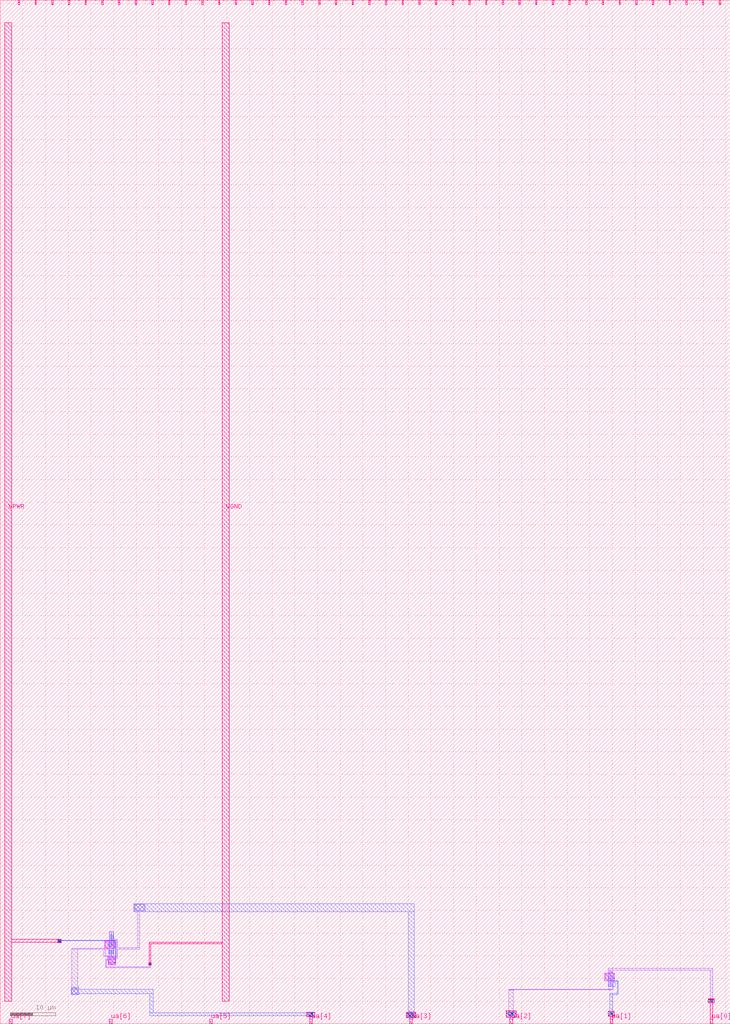
<source format=lef>
VERSION 5.7 ;
  NOWIREEXTENSIONATPIN ON ;
  DIVIDERCHAR "/" ;
  BUSBITCHARS "[]" ;
MACRO tt_um_aleena
  CLASS BLOCK ;
  FOREIGN tt_um_aleena ;
  ORIGIN 0.000 0.000 ;
  SIZE 161.000 BY 225.760 ;
  PIN clk
    DIRECTION INPUT ;
    USE SIGNAL ;
    PORT
      LAYER met4 ;
        RECT 154.870 224.760 155.170 225.760 ;
    END
  END clk
  PIN ena
    DIRECTION INPUT ;
    USE SIGNAL ;
    PORT
      LAYER met4 ;
        RECT 158.550 224.760 158.850 225.760 ;
    END
  END ena
  PIN rst_n
    DIRECTION INPUT ;
    USE SIGNAL ;
    PORT
      LAYER met4 ;
        RECT 151.190 224.760 151.490 225.760 ;
    END
  END rst_n
  PIN ua[0]
    DIRECTION INOUT ;
    USE SIGNAL ;
    PORT
      LAYER met4 ;
        RECT 156.560 0.000 157.160 1.000 ;
    END
  END ua[0]
  PIN ua[1]
    DIRECTION INOUT ;
    USE SIGNAL ;
    PORT
      LAYER met4 ;
        RECT 134.480 0.000 135.080 1.000 ;
    END
  END ua[1]
  PIN ua[2]
    DIRECTION INOUT ;
    USE SIGNAL ;
    PORT
      LAYER met4 ;
        RECT 112.400 0.000 113.000 1.000 ;
    END
  END ua[2]
  PIN ua[3]
    DIRECTION INOUT ;
    USE SIGNAL ;
    PORT
      LAYER met4 ;
        RECT 90.320 0.000 90.920 1.000 ;
    END
  END ua[3]
  PIN ua[4]
    DIRECTION INOUT ;
    USE SIGNAL ;
    PORT
      LAYER met4 ;
        RECT 68.240 0.000 68.840 1.000 ;
    END
  END ua[4]
  PIN ua[5]
    DIRECTION INOUT ;
    USE SIGNAL ;
    PORT
      LAYER met4 ;
        RECT 46.160 0.000 46.760 1.000 ;
    END
  END ua[5]
  PIN ua[6]
    DIRECTION INOUT ;
    USE SIGNAL ;
    PORT
      LAYER met4 ;
        RECT 24.080 0.000 24.680 1.000 ;
    END
  END ua[6]
  PIN ua[7]
    DIRECTION INOUT ;
    USE SIGNAL ;
    PORT
      LAYER met4 ;
        RECT 2.000 0.000 2.600 1.000 ;
    END
  END ua[7]
  PIN ui_in[0]
    DIRECTION INPUT ;
    USE SIGNAL ;
    PORT
      LAYER met4 ;
        RECT 147.510 224.760 147.810 225.760 ;
    END
  END ui_in[0]
  PIN ui_in[1]
    DIRECTION INPUT ;
    USE SIGNAL ;
    PORT
      LAYER met4 ;
        RECT 143.830 224.760 144.130 225.760 ;
    END
  END ui_in[1]
  PIN ui_in[2]
    DIRECTION INPUT ;
    USE SIGNAL ;
    PORT
      LAYER met4 ;
        RECT 140.150 224.760 140.450 225.760 ;
    END
  END ui_in[2]
  PIN ui_in[3]
    DIRECTION INPUT ;
    USE SIGNAL ;
    PORT
      LAYER met4 ;
        RECT 136.470 224.760 136.770 225.760 ;
    END
  END ui_in[3]
  PIN ui_in[4]
    DIRECTION INPUT ;
    USE SIGNAL ;
    PORT
      LAYER met4 ;
        RECT 132.790 224.760 133.090 225.760 ;
    END
  END ui_in[4]
  PIN ui_in[5]
    DIRECTION INPUT ;
    USE SIGNAL ;
    PORT
      LAYER met4 ;
        RECT 129.110 224.760 129.410 225.760 ;
    END
  END ui_in[5]
  PIN ui_in[6]
    DIRECTION INPUT ;
    USE SIGNAL ;
    PORT
      LAYER met4 ;
        RECT 125.430 224.760 125.730 225.760 ;
    END
  END ui_in[6]
  PIN ui_in[7]
    DIRECTION INPUT ;
    USE SIGNAL ;
    PORT
      LAYER met4 ;
        RECT 121.750 224.760 122.050 225.760 ;
    END
  END ui_in[7]
  PIN uio_in[0]
    DIRECTION INPUT ;
    USE SIGNAL ;
    PORT
      LAYER met4 ;
        RECT 118.070 224.760 118.370 225.760 ;
    END
  END uio_in[0]
  PIN uio_in[1]
    DIRECTION INPUT ;
    USE SIGNAL ;
    PORT
      LAYER met4 ;
        RECT 114.390 224.760 114.690 225.760 ;
    END
  END uio_in[1]
  PIN uio_in[2]
    DIRECTION INPUT ;
    USE SIGNAL ;
    PORT
      LAYER met4 ;
        RECT 110.710 224.760 111.010 225.760 ;
    END
  END uio_in[2]
  PIN uio_in[3]
    DIRECTION INPUT ;
    USE SIGNAL ;
    PORT
      LAYER met4 ;
        RECT 107.030 224.760 107.330 225.760 ;
    END
  END uio_in[3]
  PIN uio_in[4]
    DIRECTION INPUT ;
    USE SIGNAL ;
    PORT
      LAYER met4 ;
        RECT 103.350 224.760 103.650 225.760 ;
    END
  END uio_in[4]
  PIN uio_in[5]
    DIRECTION INPUT ;
    USE SIGNAL ;
    PORT
      LAYER met4 ;
        RECT 99.670 224.760 99.970 225.760 ;
    END
  END uio_in[5]
  PIN uio_in[6]
    DIRECTION INPUT ;
    USE SIGNAL ;
    PORT
      LAYER met4 ;
        RECT 95.990 224.760 96.290 225.760 ;
    END
  END uio_in[6]
  PIN uio_in[7]
    DIRECTION INPUT ;
    USE SIGNAL ;
    PORT
      LAYER met4 ;
        RECT 92.310 224.760 92.610 225.760 ;
    END
  END uio_in[7]
  PIN uio_oe[0]
    DIRECTION OUTPUT TRISTATE ;
    USE SIGNAL ;
    PORT
      LAYER met4 ;
        RECT 29.750 224.760 30.050 225.760 ;
    END
  END uio_oe[0]
  PIN uio_oe[1]
    DIRECTION OUTPUT TRISTATE ;
    USE SIGNAL ;
    PORT
      LAYER met4 ;
        RECT 26.070 224.760 26.370 225.760 ;
    END
  END uio_oe[1]
  PIN uio_oe[2]
    DIRECTION OUTPUT TRISTATE ;
    USE SIGNAL ;
    PORT
      LAYER met4 ;
        RECT 22.390 224.760 22.690 225.760 ;
    END
  END uio_oe[2]
  PIN uio_oe[3]
    DIRECTION OUTPUT TRISTATE ;
    USE SIGNAL ;
    PORT
      LAYER met4 ;
        RECT 18.710 224.760 19.010 225.760 ;
    END
  END uio_oe[3]
  PIN uio_oe[4]
    DIRECTION OUTPUT TRISTATE ;
    USE SIGNAL ;
    PORT
      LAYER met4 ;
        RECT 15.030 224.760 15.330 225.760 ;
    END
  END uio_oe[4]
  PIN uio_oe[5]
    DIRECTION OUTPUT TRISTATE ;
    USE SIGNAL ;
    PORT
      LAYER met4 ;
        RECT 11.350 224.760 11.650 225.760 ;
    END
  END uio_oe[5]
  PIN uio_oe[6]
    DIRECTION OUTPUT TRISTATE ;
    USE SIGNAL ;
    PORT
      LAYER met4 ;
        RECT 7.670 224.760 7.970 225.760 ;
    END
  END uio_oe[6]
  PIN uio_oe[7]
    DIRECTION OUTPUT TRISTATE ;
    USE SIGNAL ;
    PORT
      LAYER met4 ;
        RECT 3.990 224.760 4.290 225.760 ;
    END
  END uio_oe[7]
  PIN uio_out[0]
    DIRECTION OUTPUT TRISTATE ;
    USE SIGNAL ;
    PORT
      LAYER met4 ;
        RECT 59.190 224.760 59.490 225.760 ;
    END
  END uio_out[0]
  PIN uio_out[1]
    DIRECTION OUTPUT TRISTATE ;
    USE SIGNAL ;
    PORT
      LAYER met4 ;
        RECT 55.510 224.760 55.810 225.760 ;
    END
  END uio_out[1]
  PIN uio_out[2]
    DIRECTION OUTPUT TRISTATE ;
    USE SIGNAL ;
    PORT
      LAYER met4 ;
        RECT 51.830 224.760 52.130 225.760 ;
    END
  END uio_out[2]
  PIN uio_out[3]
    DIRECTION OUTPUT TRISTATE ;
    USE SIGNAL ;
    PORT
      LAYER met4 ;
        RECT 48.150 224.760 48.450 225.760 ;
    END
  END uio_out[3]
  PIN uio_out[4]
    DIRECTION OUTPUT TRISTATE ;
    USE SIGNAL ;
    PORT
      LAYER met4 ;
        RECT 44.470 224.760 44.770 225.760 ;
    END
  END uio_out[4]
  PIN uio_out[5]
    DIRECTION OUTPUT TRISTATE ;
    USE SIGNAL ;
    PORT
      LAYER met4 ;
        RECT 40.790 224.760 41.090 225.760 ;
    END
  END uio_out[5]
  PIN uio_out[6]
    DIRECTION OUTPUT TRISTATE ;
    USE SIGNAL ;
    PORT
      LAYER met4 ;
        RECT 37.110 224.760 37.410 225.760 ;
    END
  END uio_out[6]
  PIN uio_out[7]
    DIRECTION OUTPUT TRISTATE ;
    USE SIGNAL ;
    PORT
      LAYER met4 ;
        RECT 33.430 224.760 33.730 225.760 ;
    END
  END uio_out[7]
  PIN uo_out[0]
    DIRECTION OUTPUT TRISTATE ;
    USE SIGNAL ;
    PORT
      LAYER met4 ;
        RECT 88.630 224.760 88.930 225.760 ;
    END
  END uo_out[0]
  PIN uo_out[1]
    DIRECTION OUTPUT TRISTATE ;
    USE SIGNAL ;
    PORT
      LAYER met4 ;
        RECT 84.950 224.760 85.250 225.760 ;
    END
  END uo_out[1]
  PIN uo_out[2]
    DIRECTION OUTPUT TRISTATE ;
    USE SIGNAL ;
    PORT
      LAYER met4 ;
        RECT 81.270 224.760 81.570 225.760 ;
    END
  END uo_out[2]
  PIN uo_out[3]
    DIRECTION OUTPUT TRISTATE ;
    USE SIGNAL ;
    PORT
      LAYER met4 ;
        RECT 77.590 224.760 77.890 225.760 ;
    END
  END uo_out[3]
  PIN uo_out[4]
    DIRECTION OUTPUT TRISTATE ;
    USE SIGNAL ;
    PORT
      LAYER met4 ;
        RECT 73.910 224.760 74.210 225.760 ;
    END
  END uo_out[4]
  PIN uo_out[5]
    DIRECTION OUTPUT TRISTATE ;
    USE SIGNAL ;
    PORT
      LAYER met4 ;
        RECT 70.230 224.760 70.530 225.760 ;
    END
  END uo_out[5]
  PIN uo_out[6]
    DIRECTION OUTPUT TRISTATE ;
    USE SIGNAL ;
    PORT
      LAYER met4 ;
        RECT 66.550 224.760 66.850 225.760 ;
    END
  END uo_out[6]
  PIN uo_out[7]
    DIRECTION OUTPUT TRISTATE ;
    USE SIGNAL ;
    PORT
      LAYER met4 ;
        RECT 62.870 224.760 63.170 225.760 ;
    END
  END uo_out[7]
  PIN VPWR
    DIRECTION INOUT ;
    USE POWER ;
    PORT
      LAYER met4 ;
        RECT 1.000 5.000 2.500 220.760 ;
    END
  END VPWR
  PIN VGND
    DIRECTION INOUT ;
    USE GROUND ;
    PORT
      LAYER met4 ;
        RECT 49.000 5.000 50.500 220.760 ;
    END
  END VGND
  OBS
      LAYER nwell ;
        RECT 23.050 16.690 25.295 18.310 ;
        RECT 23.775 13.020 25.395 14.860 ;
        RECT 133.330 9.520 135.400 11.140 ;
      LAYER li1 ;
        RECT 29.490 24.710 32.020 26.500 ;
        RECT 24.005 20.205 25.055 20.375 ;
        RECT 23.350 18.080 23.655 18.350 ;
        RECT 23.230 16.915 23.665 18.080 ;
        RECT 24.005 16.645 24.175 20.205 ;
        RECT 24.430 19.615 24.625 19.995 ;
        RECT 24.445 18.505 24.615 19.615 ;
        RECT 24.885 18.685 25.055 20.205 ;
        RECT 24.350 18.195 24.650 18.505 ;
        RECT 24.885 18.465 25.850 18.685 ;
        RECT 24.445 16.980 24.615 18.195 ;
        RECT 24.885 16.815 25.055 18.020 ;
        RECT 23.670 16.640 24.175 16.645 ;
        RECT 15.790 16.430 24.175 16.640 ;
        RECT 24.675 16.540 25.055 16.815 ;
        RECT 15.790 8.000 17.090 16.430 ;
        RECT 22.830 15.050 23.265 16.180 ;
        RECT 24.005 15.320 24.175 16.430 ;
        RECT 24.445 15.050 24.615 16.360 ;
        RECT 24.885 15.320 25.055 16.540 ;
        RECT 25.665 16.750 25.850 18.465 ;
        RECT 30.340 16.750 30.730 24.710 ;
        RECT 25.665 16.460 30.730 16.750 ;
        RECT 25.665 16.450 30.700 16.460 ;
        RECT 22.830 14.875 24.615 15.050 ;
        RECT 22.830 14.870 23.795 14.875 ;
        RECT 23.615 14.200 23.795 14.870 ;
        RECT 25.665 14.650 25.850 16.450 ;
        RECT 25.085 14.620 25.850 14.650 ;
        RECT 24.065 14.450 25.850 14.620 ;
        RECT 25.100 14.445 25.850 14.450 ;
        RECT 23.230 14.185 23.795 14.200 ;
        RECT 23.230 14.180 24.085 14.185 ;
        RECT 23.230 14.010 25.105 14.180 ;
        RECT 23.230 14.005 24.085 14.010 ;
        RECT 23.230 12.580 23.410 14.005 ;
        RECT 23.980 13.595 25.145 13.655 ;
        RECT 23.980 13.305 25.350 13.595 ;
        RECT 23.980 13.225 25.145 13.305 ;
        RECT 32.770 12.880 33.320 13.410 ;
        RECT 32.970 12.580 33.140 12.880 ;
        RECT 23.230 12.400 33.140 12.580 ;
        RECT 134.110 11.750 157.130 12.280 ;
        RECT 134.110 11.440 134.530 11.750 ;
        RECT 134.700 11.440 135.040 11.540 ;
        RECT 134.110 11.270 135.040 11.440 ;
        RECT 134.110 10.830 134.280 11.270 ;
        RECT 134.700 11.190 135.040 11.270 ;
        RECT 133.510 9.830 134.280 10.830 ;
        RECT 134.110 8.150 134.280 9.830 ;
        RECT 134.550 9.810 134.720 10.850 ;
        RECT 134.550 8.150 134.720 9.190 ;
        RECT 134.990 9.170 135.160 10.850 ;
        RECT 134.990 8.170 135.660 9.170 ;
        RECT 15.620 6.410 17.330 8.000 ;
        RECT 112.120 7.640 130.480 7.660 ;
        RECT 134.240 7.640 134.590 7.740 ;
        RECT 134.990 7.640 135.160 8.170 ;
        RECT 112.120 7.480 135.160 7.640 ;
        RECT 112.120 7.470 122.990 7.480 ;
        RECT 128.160 7.470 135.160 7.480 ;
        RECT 112.120 7.430 113.200 7.470 ;
        RECT 112.120 2.850 113.190 7.430 ;
        RECT 134.240 7.380 134.590 7.470 ;
        RECT 156.550 5.460 157.130 11.750 ;
        RECT 156.140 4.650 157.460 5.460 ;
        RECT 90.150 2.590 90.990 2.650 ;
        RECT 89.590 1.280 91.650 2.590 ;
        RECT 111.600 1.470 113.850 2.850 ;
      LAYER mcon ;
        RECT 29.750 24.900 31.710 26.320 ;
        RECT 23.410 18.130 23.580 18.300 ;
        RECT 24.445 18.720 24.615 19.600 ;
        RECT 24.885 18.720 25.055 19.600 ;
        RECT 24.440 18.265 24.610 18.435 ;
        RECT 24.005 17.060 24.175 17.940 ;
        RECT 24.445 17.060 24.615 17.940 ;
        RECT 24.885 17.060 25.055 17.940 ;
        RECT 24.005 15.400 24.175 16.280 ;
        RECT 24.445 15.400 24.615 16.280 ;
        RECT 24.885 15.400 25.055 16.280 ;
        RECT 24.145 14.450 25.025 14.620 ;
        RECT 24.145 14.010 25.025 14.180 ;
        RECT 25.160 13.365 25.330 13.535 ;
        RECT 32.890 12.990 33.210 13.330 ;
        RECT 134.110 9.890 134.280 10.770 ;
        RECT 134.550 9.890 134.720 10.770 ;
        RECT 134.990 9.890 135.160 10.770 ;
        RECT 134.110 8.230 134.280 9.110 ;
        RECT 134.550 8.230 134.720 9.110 ;
        RECT 134.990 8.230 135.160 9.110 ;
        RECT 15.810 6.660 17.070 7.830 ;
        RECT 156.530 4.830 157.110 5.320 ;
        RECT 89.890 1.570 91.220 2.360 ;
        RECT 112.120 1.720 113.170 2.570 ;
      LAYER met1 ;
        RECT 29.530 24.720 91.320 26.480 ;
        RECT 24.415 18.660 24.645 19.660 ;
        RECT 24.855 18.660 25.085 19.660 ;
        RECT 12.700 18.440 13.470 18.650 ;
        RECT 24.350 18.440 24.650 18.505 ;
        RECT 12.700 18.420 24.650 18.440 ;
        RECT 12.700 18.290 25.505 18.420 ;
        RECT 12.700 17.900 13.470 18.290 ;
        RECT 23.350 18.270 25.505 18.290 ;
        RECT 23.350 18.070 23.655 18.270 ;
        RECT 24.350 18.250 25.505 18.270 ;
        RECT 24.350 18.195 24.650 18.250 ;
        RECT 23.975 17.000 24.205 18.000 ;
        RECT 24.415 17.000 24.645 18.000 ;
        RECT 24.855 17.000 25.085 18.000 ;
        RECT 23.975 15.340 24.205 16.340 ;
        RECT 24.415 15.340 24.645 16.340 ;
        RECT 24.855 15.340 25.085 16.340 ;
        RECT 24.085 14.420 25.085 14.650 ;
        RECT 24.085 13.980 25.085 14.210 ;
        RECT 25.335 13.595 25.505 18.250 ;
        RECT 25.100 13.305 25.505 13.595 ;
        RECT 32.770 12.880 33.320 13.410 ;
        RECT 15.620 7.650 17.330 8.000 ;
        RECT 15.620 6.640 33.770 7.650 ;
        RECT 15.620 6.410 17.330 6.640 ;
        RECT 32.970 2.410 33.770 6.640 ;
        RECT 89.960 2.590 91.320 24.720 ;
        RECT 134.080 9.830 134.310 10.830 ;
        RECT 134.520 9.480 134.750 10.830 ;
        RECT 134.960 9.830 135.190 10.830 ;
        RECT 134.520 9.340 136.300 9.480 ;
        RECT 134.080 8.170 134.310 9.170 ;
        RECT 134.520 8.170 134.750 9.170 ;
        RECT 134.960 8.170 135.190 9.170 ;
        RECT 136.030 6.690 136.300 9.340 ;
        RECT 134.470 6.350 136.300 6.690 ;
        RECT 32.970 2.400 43.480 2.410 ;
        RECT 67.550 2.400 69.320 2.500 ;
        RECT 32.970 1.720 69.320 2.400 ;
        RECT 43.450 1.710 69.320 1.720 ;
        RECT 67.550 1.500 69.320 1.710 ;
        RECT 89.590 1.280 91.650 2.590 ;
        RECT 111.600 1.470 113.850 2.850 ;
        RECT 134.470 2.800 135.060 6.350 ;
        RECT 156.140 4.650 157.460 5.460 ;
        RECT 134.110 1.700 135.430 2.800 ;
      LAYER via ;
        RECT 12.790 18.010 13.370 18.570 ;
        RECT 32.890 12.990 33.210 13.330 ;
        RECT 68.150 1.690 68.890 2.410 ;
        RECT 89.890 1.570 91.220 2.360 ;
        RECT 156.530 4.830 157.110 5.320 ;
        RECT 112.120 1.720 113.170 2.570 ;
        RECT 134.470 2.010 135.070 2.570 ;
      LAYER met2 ;
        RECT 12.700 17.900 13.470 18.650 ;
        RECT 32.770 12.880 33.320 13.410 ;
        RECT 156.140 4.650 157.460 5.460 ;
        RECT 67.550 1.500 69.320 2.500 ;
        RECT 89.590 1.280 91.650 2.590 ;
        RECT 111.600 1.470 113.850 2.850 ;
        RECT 134.110 1.700 135.430 2.800 ;
      LAYER via2 ;
        RECT 12.790 18.010 13.370 18.570 ;
        RECT 32.890 12.990 33.210 13.330 ;
        RECT 156.530 4.830 157.110 5.320 ;
        RECT 68.150 1.690 68.890 2.410 ;
        RECT 89.890 1.570 91.220 2.360 ;
        RECT 112.120 1.720 113.170 2.570 ;
        RECT 134.470 2.010 135.070 2.570 ;
      LAYER met3 ;
        RECT 12.700 17.900 13.470 18.650 ;
        RECT 32.770 12.880 33.320 13.410 ;
        RECT 156.140 4.650 157.460 5.460 ;
        RECT 67.550 1.500 69.320 2.500 ;
        RECT 89.590 1.280 91.650 2.590 ;
        RECT 111.600 1.470 113.850 2.850 ;
        RECT 134.110 1.700 135.430 2.800 ;
      LAYER via3 ;
        RECT 12.790 18.010 13.370 18.570 ;
        RECT 32.890 12.990 33.210 13.330 ;
        RECT 156.530 4.830 157.110 5.320 ;
        RECT 68.150 1.690 68.890 2.410 ;
        RECT 89.890 1.570 91.220 2.360 ;
        RECT 112.120 1.720 113.170 2.570 ;
        RECT 134.470 2.010 135.070 2.570 ;
      LAYER met4 ;
        RECT 50.500 216.200 50.530 216.710 ;
        RECT 48.990 214.590 49.000 214.970 ;
        RECT 12.700 18.590 13.470 18.650 ;
        RECT 2.500 17.970 13.470 18.590 ;
        RECT 12.700 17.900 13.470 17.970 ;
        RECT 32.900 17.620 49.000 17.930 ;
        RECT 50.500 17.620 50.510 17.930 ;
        RECT 32.900 13.410 33.240 17.620 ;
        RECT 32.770 12.880 33.320 13.410 ;
        RECT 156.150 4.650 157.460 5.450 ;
        RECT 67.550 1.500 69.320 2.500 ;
        RECT 68.240 1.000 68.840 1.500 ;
        RECT 89.590 1.280 91.650 2.590 ;
        RECT 111.600 1.470 113.850 2.850 ;
        RECT 134.110 1.700 135.430 2.800 ;
        RECT 90.320 1.000 90.930 1.280 ;
        RECT 112.400 1.000 113.010 1.470 ;
        RECT 134.480 1.000 135.080 1.700 ;
        RECT 156.560 1.000 157.160 4.650 ;
        RECT 90.920 0.990 90.930 1.000 ;
  END
END tt_um_aleena
END LIBRARY


</source>
